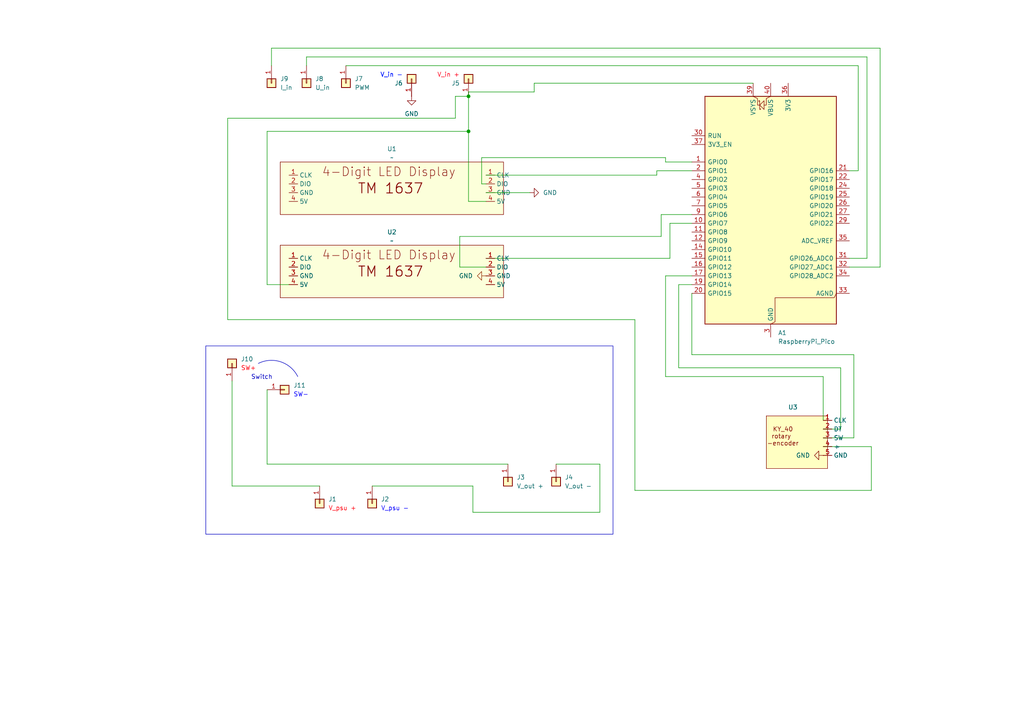
<source format=kicad_sch>
(kicad_sch (version 20250114) (generator "eeschema") (generator_version "9.0")
  (paper "A4")
  (title_block (title "DC-DC Buck Down Schaltung Anzeige") (date "2025-06-04") (rev "A") (company "Yannick J. P. König"))
  (lib_symbols
    (symbol "Connector_Generic:Conn_01x01" (pin_names (offset 1.016) (hide yes))
      (property "Reference" "J" (at 0 2.54 0))
      (property "Value" "Conn_01x01" (at 0 -2.54 0))
      (symbol "Conn_01x01_1_1"
        (rectangle (start -1.27 1.27) (end 1.27 -1.27) (stroke (width 0.254)) (fill (type background)))
        (rectangle (start -1.27 0.127) (end 0 -0.127) (stroke (width 0.1524)))
        (pin passive line (at -5.08 0 0) (length 3.81) (name "Pin_1") (number "1"))
      )
    )
    (symbol "MCU_Module:RaspberryPi_Pico" (pin_names (offset 0.762))
      (property "Reference" "A" (at -19.05 35.56 0))
      (property "Value" "RaspberryPi_Pico" (at 7.62 35.56 0))
      (symbol "RaspberryPi_Pico_0_1"
        (rectangle (start -19.05 34.29) (end 19.05 -31.75) (stroke (width 0.254)) (fill (type background)))
        (polyline (pts (xy -5.08 34.29) (xy -3.81 33.655) (xy -3.81 31.75) (xy -3.175 31.75)))
        (polyline (pts (xy -3.429 32.766) (xy -3.429 33.02) (xy -3.175 33.02) (xy -3.175 30.48) (xy -2.921 30.48) (xy -2.921 30.734)))
        (polyline (pts (xy -3.175 31.75) (xy -1.905 33.02) (xy -1.905 30.48) (xy -3.175 31.75)))
        (polyline (pts (xy 0 34.29) (xy -1.27 33.655) (xy -1.27 31.75) (xy -1.905 31.75)))
        (polyline (pts (xy 0 -31.75) (xy 1.27 -31.115) (xy 1.27 -24.13) (xy 18.415 -24.13) (xy 19.05 -22.86)))
      )
      (symbol "RaspberryPi_Pico_1_1"
        (pin passive line (at -22.86 22.86 0) (length 3.81) (name "RUN") (number "30"))
        (pin passive line (at -22.86 20.32 0) (length 3.81) (name "3V3_EN") (number "37"))
        (pin bidirectional line (at -22.86 15.24 0) (length 3.81) (name "GPIO0") (number "1"))
        (pin bidirectional line (at -22.86 12.7 0) (length 3.81) (name "GPIO1") (number "2"))
        (pin bidirectional line (at -22.86 10.16 0) (length 3.81) (name "GPIO2") (number "4"))
        (pin bidirectional line (at -22.86 7.62 0) (length 3.81) (name "GPIO3") (number "5"))
        (pin bidirectional line (at -22.86 5.08 0) (length 3.81) (name "GPIO4") (number "6"))
        (pin bidirectional line (at -22.86 2.54 0) (length 3.81) (name "GPIO5") (number "7"))
        (pin bidirectional line (at -22.86 0 0) (length 3.81) (name "GPIO6") (number "9"))
        (pin bidirectional line (at -22.86 -2.54 0) (length 3.81) (name "GPIO7") (number "10"))
        (pin bidirectional line (at -22.86 -5.08 0) (length 3.81) (name "GPIO8") (number "11"))
        (pin bidirectional line (at -22.86 -7.62 0) (length 3.81) (name "GPIO9") (number "12"))
        (pin bidirectional line (at -22.86 -10.16 0) (length 3.81) (name "GPIO10") (number "14"))
        (pin bidirectional line (at -22.86 -12.7 0) (length 3.81) (name "GPIO11") (number "15"))
        (pin bidirectional line (at -22.86 -15.24 0) (length 3.81) (name "GPIO12") (number "16"))
        (pin bidirectional line (at -22.86 -17.78 0) (length 3.81) (name "GPIO13") (number "17"))
        (pin bidirectional line (at -22.86 -20.32 0) (length 3.81) (name "GPIO14") (number "19"))
        (pin bidirectional line (at -22.86 -22.86 0) (length 3.81) (name "GPIO15") (number "20"))
        (pin power_in line (at -5.08 38.1 270) (length 3.81) (name "VSYS") (number "39"))
        (pin power_out line (at 0 38.1 270) (length 3.81) (name "VBUS") (number "40"))
        (pin passive line (at 0 -35.56 90) (length 3.81) (hide yes) (name "GND") (number "13"))
        (pin passive line (at 0 -35.56 90) (length 3.81) (hide yes) (name "GND") (number "18"))
        (pin passive line (at 0 -35.56 90) (length 3.81) (hide yes) (name "GND") (number "23"))
        (pin passive line (at 0 -35.56 90) (length 3.81) (hide yes) (name "GND") (number "28"))
        (pin power_out line (at 0 -35.56 90) (length 3.81) (name "GND") (number "3"))
        (pin passive line (at 0 -35.56 90) (length 3.81) (hide yes) (name "GND") (number "38"))
        (pin passive line (at 0 -35.56 90) (length 3.81) (hide yes) (name "GND") (number "8"))
        (pin power_out line (at 5.08 38.1 270) (length 3.81) (name "3V3") (number "36"))
        (pin bidirectional line (at 22.86 12.7 180) (length 3.81) (name "GPIO16") (number "21"))
        (pin bidirectional line (at 22.86 10.16 180) (length 3.81) (name "GPIO17") (number "22"))
        (pin bidirectional line (at 22.86 7.62 180) (length 3.81) (name "GPIO18") (number "24"))
        (pin bidirectional line (at 22.86 5.08 180) (length 3.81) (name "GPIO19") (number "25"))
        (pin bidirectional line (at 22.86 2.54 180) (length 3.81) (name "GPIO20") (number "26"))
        (pin bidirectional line (at 22.86 0 180) (length 3.81) (name "GPIO21") (number "27"))
        (pin bidirectional line (at 22.86 -2.54 180) (length 3.81) (name "GPIO22") (number "29"))
        (pin power_in line (at 22.86 -7.62 180) (length 3.81) (name "ADC_VREF") (number "35"))
        (pin bidirectional line (at 22.86 -12.7 180) (length 3.81) (name "GPIO26_ADC0") (number "31"))
        (pin bidirectional line (at 22.86 -15.24 180) (length 3.81) (name "GPIO27_ADC1") (number "32"))
        (pin bidirectional line (at 22.86 -17.78 180) (length 3.81) (name "GPIO28_ADC2") (number "34"))
        (pin power_out line (at 22.86 -22.86 180) (length 3.81) (name "AGND") (number "33"))
      )
    )
    (symbol "TM1637_1"
      (property "Reference" "U" (at 0 0 0))
      (symbol "TM1637_1_0_1"
        (rectangle (start 3.81 0) (end 68.58 -15.24) (fill (type color) (color 238 255 55 0.18)))
      )
      (symbol "TM1637_1_1_1"
        (text "4-Digit LED Display" (at 35.306 -2.794 0) (effects (font (size 2.54 2.54))))
        (text "TM 1637" (at 35.814 -7.62 0) (effects (font (size 2.921 2.921) (thickness 0.254) (bold yes))))
        (pin input line (at 6.35 -3.81 0) (length 2.54) (name "CLK") (number "1"))
        (pin input line (at 6.35 -6.35 0) (length 2.54) (name "DIO") (number "2"))
        (pin input line (at 6.35 -8.89 0) (length 2.54) (name "GND") (number "3"))
        (pin input line (at 6.35 -11.43 0) (length 2.54) (name "5V") (number "4"))
        (pin input line (at 63.5 -3.81 0) (length 2.54) (name "CLK") (number "1"))
        (pin input line (at 63.5 -6.35 0) (length 2.54) (name "DIO") (number "2"))
        (pin input line (at 63.5 -8.89 0) (length 2.54) (name "GND") (number "3"))
        (pin input line (at 63.5 -11.43 0) (length 2.54) (name "5V") (number "4"))
      )
    )
    (symbol "könig:KY_040"
      (property "Reference" "U" (at 0 0 0))
      (symbol "KY_040_0_1"
        (rectangle (start 5.08 -2.54) (end 22.86 -17.78) (fill (type background)))
      )
      (symbol "KY_040_1_1"
        (text "KY_40\nrotary \n-encoder\n" (at 9.906 -8.382 0) (effects (font (size 1.27 1.27))))
        (pin input line (at 21.59 -3.81 0) (length 2.54) (name "CLK") (number "1"))
        (pin input line (at 21.59 -6.35 0) (length 2.54) (name "DT") (number "2"))
        (pin input line (at 21.59 -8.89 0) (length 2.54) (name "SW") (number "3"))
        (pin input line (at 21.59 -11.43 0) (length 2.54) (name "+") (number "4"))
        (pin input line (at 21.59 -13.97 0) (length 2.54) (name "GND") (number "5"))
      )
    )
    (symbol "könig:TM1637"
      (property "Reference" "U1" (at 36.195 3.81 0))
      (property "Value" "~" (at 36.195 1.27 0))
      (symbol "TM1637_0_1"
        (rectangle (start 3.81 0) (end 68.58 -15.24) (fill (type color) (color 238 255 55 0.18)))
      )
      (symbol "TM1637_1_1"
        (text "4-Digit LED Display" (at 35.306 -2.794 0) (effects (font (size 2.54 2.54))))
        (text "TM 1637" (at 35.814 -7.62 0) (effects (font (size 2.921 2.921) (thickness 0.254) (bold yes))))
        (pin input line (at 6.35 -3.81 0) (length 2.54) (name "CLK") (number "1"))
        (pin input line (at 6.35 -6.35 0) (length 2.54) (name "DIO") (number "2"))
        (pin input line (at 6.35 -8.89 0) (length 2.54) (name "GND") (number "3"))
        (pin input line (at 6.35 -11.43 0) (length 2.54) (name "5V") (number "4"))
        (pin input line (at 63.5 -3.81 0) (length 2.54) (name "CLK") (number "1"))
        (pin input line (at 63.5 -6.35 0) (length 2.54) (name "DIO") (number "2"))
        (pin input line (at 63.5 -8.89 0) (length 2.54) (name "GND") (number "3"))
        (pin input line (at 63.5 -11.43 0) (length 2.54) (name "5V") (number "4"))
      )
    )
    (symbol "power:GND" (power) (pin_numbers (hide yes)) (pin_names (offset 0) (hide yes))
      (property "Value" "GND" (at 0 -3.81 0))
      (symbol "GND_0_1"
        (polyline (pts (xy 0 0) (xy 0 -1.27) (xy 1.27 -1.27) (xy 0 -2.54) (xy -1.27 -1.27) (xy 0 -1.27)))
      )
      (symbol "GND_1_1"
        (pin power_in line (at 0 0 270) (length 0) (name "~") (number "1"))
      )
    )
  )
  (arc (start 74.93 105.41) (mid 81.4341 104.9478) (end 86.36 109.22))
  (rectangle (start 59.69 100.33) (end 177.8 154.94))
  (text "Switch\n" (at 75.946 109.474 0) (effects (font (size 1.27 1.27))))
  (junction (at 135.89 38.1))
  (junction (at 135.89 27.94))
  (wire (pts (xy 238.76 109.22) (xy 193.04 109.22)))
  (wire (pts (xy 132.08 34.29) (xy 132.08 27.94)))
  (wire (pts (xy 78.74 13.97) (xy 255.27 13.97)))
  (wire (pts (xy 255.27 77.47) (xy 246.38 77.47)))
  (wire (pts (xy 200.66 102.87) (xy 247.65 102.87)))
  (wire (pts (xy 252.73 129.54) (xy 252.73 142.24)))
  (wire (pts (xy 147.32 134.62) (xy 77.47 134.62)))
  (wire (pts (xy 92.71 140.97) (xy 67.31 140.97)))
  (wire (pts (xy 140.97 77.47) (xy 133.35 77.47)))
  (wire (pts (xy 66.04 34.29) (xy 132.08 34.29)))
  (wire (pts (xy 193.04 80.01) (xy 193.04 109.22)))
  (wire (pts (xy 137.16 148.59) (xy 173.99 148.59)))
  (wire (pts (xy 190.5 49.53) (xy 200.66 49.53)))
  (wire (pts (xy 184.15 142.24) (xy 184.15 92.71)))
  (wire (pts (xy 78.74 19.05) (xy 78.74 13.97)))
  (wire (pts (xy 193.04 45.72) (xy 193.04 46.99)))
  (wire (pts (xy 173.99 148.59) (xy 173.99 134.62)))
  (wire (pts (xy 173.99 134.62) (xy 161.29 134.62)))
  (wire (pts (xy 67.31 140.97) (xy 67.31 110.49)))
  (wire (pts (xy 66.04 92.71) (xy 66.04 34.29)))
  (wire (pts (xy 135.89 26.67) (xy 135.89 27.94)))
  (wire (pts (xy 248.92 49.53) (xy 246.38 49.53)))
  (wire (pts (xy 255.27 13.97) (xy 255.27 77.47)))
  (wire (pts (xy 140.97 58.42) (xy 135.89 58.42)))
  (wire (pts (xy 196.85 82.55) (xy 196.85 106.68)))
  (wire (pts (xy 77.47 38.1) (xy 77.47 82.55)))
  (wire (pts (xy 77.47 134.62) (xy 77.47 113.03)))
  (wire (pts (xy 247.65 102.87) (xy 247.65 127)))
  (wire (pts (xy 194.31 74.93) (xy 194.31 64.77)))
  (wire (pts (xy 77.47 38.1) (xy 135.89 38.1)))
  (wire (pts (xy 88.9 16.51) (xy 88.9 19.05)))
  (wire (pts (xy 200.66 85.09) (xy 200.66 102.87)))
  (wire (pts (xy 154.94 26.67) (xy 135.89 26.67)))
  (wire (pts (xy 140.97 50.8) (xy 190.5 50.8)))
  (wire (pts (xy 133.35 68.58) (xy 191.77 68.58)))
  (wire (pts (xy 139.7 53.34) (xy 139.7 45.72)))
  (wire (pts (xy 251.46 74.93) (xy 251.46 16.51)))
  (wire (pts (xy 248.92 19.05) (xy 248.92 49.53)))
  (wire (pts (xy 191.77 68.58) (xy 191.77 62.23)))
  (wire (pts (xy 140.97 74.93) (xy 194.31 74.93)))
  (wire (pts (xy 77.47 82.55) (xy 83.82 82.55)))
  (wire (pts (xy 238.76 121.92) (xy 238.76 109.22)))
  (wire (pts (xy 100.33 19.05) (xy 248.92 19.05)))
  (wire (pts (xy 247.65 127) (xy 238.76 127)))
  (wire (pts (xy 246.38 74.93) (xy 251.46 74.93)))
  (wire (pts (xy 193.04 80.01) (xy 200.66 80.01)))
  (wire (pts (xy 135.89 27.94) (xy 135.89 38.1)))
  (wire (pts (xy 196.85 82.55) (xy 200.66 82.55)))
  (wire (pts (xy 139.7 45.72) (xy 193.04 45.72)))
  (wire (pts (xy 107.95 140.97) (xy 137.16 140.97)))
  (wire (pts (xy 154.94 24.13) (xy 154.94 26.67)))
  (wire (pts (xy 251.46 16.51) (xy 88.9 16.51)))
  (wire (pts (xy 140.97 55.88) (xy 153.67 55.88)))
  (wire (pts (xy 140.97 53.34) (xy 139.7 53.34)))
  (wire (pts (xy 252.73 142.24) (xy 184.15 142.24)))
  (wire (pts (xy 238.76 129.54) (xy 252.73 129.54)))
  (wire (pts (xy 137.16 140.97) (xy 137.16 148.59)))
  (wire (pts (xy 132.08 27.94) (xy 135.89 27.94)))
  (wire (pts (xy 190.5 50.8) (xy 190.5 49.53)))
  (wire (pts (xy 196.85 106.68) (xy 243.84 106.68)))
  (wire (pts (xy 194.31 64.77) (xy 200.66 64.77)))
  (wire (pts (xy 135.89 38.1) (xy 135.89 58.42)))
  (wire (pts (xy 243.84 106.68) (xy 243.84 124.46)))
  (wire (pts (xy 238.76 124.46) (xy 243.84 124.46)))
  (wire (pts (xy 191.77 62.23) (xy 200.66 62.23)))
  (wire (pts (xy 218.44 24.13) (xy 154.94 24.13)))
  (wire (pts (xy 193.04 46.99) (xy 200.66 46.99)))
  (wire (pts (xy 133.35 77.47) (xy 133.35 68.58)))
  (wire (pts (xy 66.04 92.71) (xy 184.15 92.71)))
  (symbol (lib_id "power:GND") (at 119.38 27.94 0) (unit 1)
    (property "Reference" "#PWR02" (effects (hide yes)))
    (property "Value" "GND" (at 119.38 33.02 0))
    (property "Description" "Power symbol creates a global label with name \"GND\" , ground" (effects (hide yes)))
  )
  (symbol (lib_id "könig:KY_040") (at 217.17 118.11 0) (unit 1)
    (property "Reference" "U3" (at 228.6 118.11 0) (effects (justify left)))
    (property "Value" "~" (at 242.57 129.54 0) (effects (justify left)))
    (property "Footprint" "könig:KY_40" (effects (hide yes)))
  )
  (symbol (lib_id "Connector_Generic:Conn_01x01") (at 82.55 113.03 0) (unit 1)
    (property "Reference" "J11" (at 85.09 111.7599 0) (effects (justify left)))
    (property "Value" "SW-" (at 85.09 114.2999 0) (effects (justify left)))
    (property "Footprint" "Connector_PinSocket_2.54mm:PinSocket_1x01_P2.54mm_Vertical" (effects (hide yes)))
    (property "Description" "Generic connector, single row, 01x01, script generated (kicad-library-utils/schlib/autogen/connector/)" (effects (hide yes)))
  )
  (symbol (lib_id "Connector_Generic:Conn_01x01") (at 147.32 139.7 270) (unit 1)
    (property "Reference" "J3" (at 149.86 138.4299 90) (effects (justify left)))
    (property "Value" "V_out +" (at 149.86 140.9699 90) (effects (justify left)))
    (property "Footprint" "Connector_PinSocket_2.54mm:PinSocket_1x01_P2.54mm_Vertical" (effects (hide yes)))
    (property "Description" "Generic connector, single row, 01x01, script generated (kicad-library-utils/schlib/autogen/connector/)" (effects (hide yes)))
  )
  (symbol (lib_id "Connector_Generic:Conn_01x01") (at 119.38 22.86 90) (unit 1)
    (property "Reference" "J6" (at 116.84 24.1301 90) (effects (justify left)))
    (property "Value" "V_in -" (at 116.84 21.5901 90) (effects (justify left)))
    (property "Footprint" "Connector_PinSocket_2.54mm:PinSocket_1x01_P2.54mm_Vertical" (effects (hide yes)))
    (property "Description" "Generic connector, single row, 01x01, script generated (kicad-library-utils/schlib/autogen/connector/)" (effects (hide yes)))
  )
  (symbol (lib_id "Connector_Generic:Conn_01x01") (at 100.33 24.13 270) (unit 1)
    (property "Reference" "J7" (at 102.87 22.8599 90) (effects (justify left)))
    (property "Value" "PWM" (at 102.87 25.3999 90) (effects (justify left)))
    (property "Footprint" "Connector_PinSocket_2.54mm:PinSocket_1x01_P2.54mm_Vertical" (effects (hide yes)))
    (property "Description" "Generic connector, single row, 01x01, script generated (kicad-library-utils/schlib/autogen/connector/)" (effects (hide yes)))
  )
  (symbol (lib_id "Connector_Generic:Conn_01x01") (at 88.9 24.13 270) (unit 1)
    (property "Reference" "J8" (at 91.44 22.8599 90) (effects (justify left)))
    (property "Value" "U_in" (at 91.44 25.3999 90) (effects (justify left)))
    (property "Footprint" "Connector_PinSocket_2.54mm:PinSocket_1x01_P2.54mm_Vertical" (effects (hide yes)))
    (property "Description" "Generic connector, single row, 01x01, script generated (kicad-library-utils/schlib/autogen/connector/)" (effects (hide yes)))
  )
  (symbol (lib_id "power:GND") (at 153.67 55.88 90) (unit 1)
    (property "Reference" "#PWR01" (effects (hide yes)))
    (property "Value" "GND" (at 157.48 55.8799 90) (effects (justify right)))
    (property "Description" "Power symbol creates a global label with name \"GND\" , ground" (effects (hide yes)))
  )
  (symbol (lib_id "Connector_Generic:Conn_01x01") (at 107.95 146.05 270) (unit 1)
    (property "Reference" "J2" (at 110.49 144.7799 90) (effects (justify left)))
    (property "Value" "V_psu -" (at 110.49 147.3199 90) (effects (justify left)))
    (property "Footprint" "Connector_PinSocket_2.54mm:PinSocket_1x01_P2.54mm_Vertical" (effects (hide yes)))
    (property "Description" "Generic connector, single row, 01x01, script generated (kicad-library-utils/schlib/autogen/connector/)" (effects (hide yes)))
  )
  (symbol (lib_id "Connector_Generic:Conn_01x01") (at 135.89 22.86 90) (unit 1)
    (property "Reference" "J5" (at 133.35 24.1301 90) (effects (justify left)))
    (property "Value" "V_in +" (at 133.35 21.5901 90) (effects (justify left)))
    (property "Footprint" "Connector_PinSocket_2.54mm:PinSocket_1x01_P2.54mm_Vertical" (effects (hide yes)))
    (property "Description" "Generic connector, single row, 01x01, script generated (kicad-library-utils/schlib/autogen/connector/)" (effects (hide yes)))
  )
  (symbol (lib_id "Connector_Generic:Conn_01x01") (at 67.31 105.41 90) (unit 1)
    (property "Reference" "J10" (at 69.85 104.1399 90) (effects (justify right)))
    (property "Value" "SW+" (at 69.85 106.6799 90) (effects (justify right)))
    (property "Footprint" "Connector_PinSocket_2.54mm:PinSocket_1x01_P2.54mm_Vertical" (effects (hide yes)))
    (property "Description" "Generic connector, single row, 01x01, script generated (kicad-library-utils/schlib/autogen/connector/)" (effects (hide yes)))
  )
  (symbol (lib_id "Connector_Generic:Conn_01x01") (at 78.74 24.13 270) (unit 1)
    (property "Reference" "J9" (at 81.28 22.8599 90) (effects (justify left)))
    (property "Value" "I_in" (at 81.28 25.3999 90) (effects (justify left)))
    (property "Footprint" "Connector_PinSocket_2.54mm:PinSocket_1x01_P2.54mm_Vertical" (effects (hide yes)))
    (property "Description" "Generic connector, single row, 01x01, script generated (kicad-library-utils/schlib/autogen/connector/)" (effects (hide yes)))
  )
  (symbol (lib_id "könig:TM1637") (at 77.47 46.99 0) (unit 1)
    (property "Reference" "U1" (at 113.665 43.18 0))
    (property "Value" "~" (at 113.665 45.72 0))
    (property "Footprint" "könig:TM1637" (effects (hide yes)))
  )
  (symbol (lib_id "Connector_Generic:Conn_01x01") (at 92.71 146.05 270) (unit 1)
    (property "Reference" "J1" (at 95.25 144.7799 90) (effects (justify left)))
    (property "Value" "V_psu +" (at 95.25 147.3199 90) (effects (justify left)))
    (property "Footprint" "Connector_PinSocket_2.54mm:PinSocket_1x01_P2.54mm_Vertical" (effects (hide yes)))
    (property "Description" "Generic connector, single row, 01x01, script generated (kicad-library-utils/schlib/autogen/connector/)" (effects (hide yes)))
  )
  (symbol (lib_name "TM1637_1") (lib_id "könig:TM1637") (at 77.47 71.12 0) (unit 1)
    (property "Reference" "U2" (at 113.665 67.31 0))
    (property "Value" "~" (at 113.665 69.85 0))
    (property "Footprint" "könig:TM1637" (effects (hide yes)))
  )
  (symbol (lib_id "MCU_Module:RaspberryPi_Pico") (at 223.52 62.23 0) (unit 1)
    (property "Reference" "A1" (at 225.6633 96.52 0) (effects (justify left)))
    (property "Value" "RaspberryPi_Pico" (at 225.6633 99.06 0) (effects (justify left)))
    (property "Footprint" "Module:RaspberryPi_Pico_Common_Unspecified" (effects (hide yes)))
    (property "Datasheet" "https://datasheets.raspberrypi.com/pico/pico-datasheet.pdf" (effects (hide yes)))
    (property "Description" "Versatile and inexpensive microcontroller module powered by RP2040 dual-core Arm Cortex-M0+ processor up to 133 MHz, 264kB SRAM, 2MB QSPI flash; also supports Raspberry Pi Pico 2" (effects (hide yes)))
  )
  (symbol (lib_id "Connector_Generic:Conn_01x01") (at 161.29 139.7 270) (unit 1)
    (property "Reference" "J4" (at 163.83 138.4299 90) (effects (justify left)))
    (property "Value" "V_out -" (at 163.83 140.9699 90) (effects (justify left)))
    (property "Footprint" "Connector_PinSocket_2.54mm:PinSocket_1x01_P2.54mm_Vertical" (effects (hide yes)))
    (property "Description" "Generic connector, single row, 01x01, script generated (kicad-library-utils/schlib/autogen/connector/)" (effects (hide yes)))
  )
  (symbol (lib_id "power:GND") (at 238.76 132.08 270) (unit 1)
    (property "Reference" "#PWR04" (effects (hide yes)))
    (property "Value" "GND" (at 234.95 132.0799 90) (effects (justify right)))
    (property "Description" "Power symbol creates a global label with name \"GND\" , ground" (effects (hide yes)))
  )
  (symbol (lib_id "power:GND") (at 140.97 80.01 270) (unit 1)
    (property "Reference" "#PWR03" (effects (hide yes)))
    (property "Value" "GND" (at 137.16 80.0099 90) (effects (justify right)))
    (property "Description" "Power symbol creates a global label with name \"GND\" , ground" (effects (hide yes)))
  )
)
</source>
